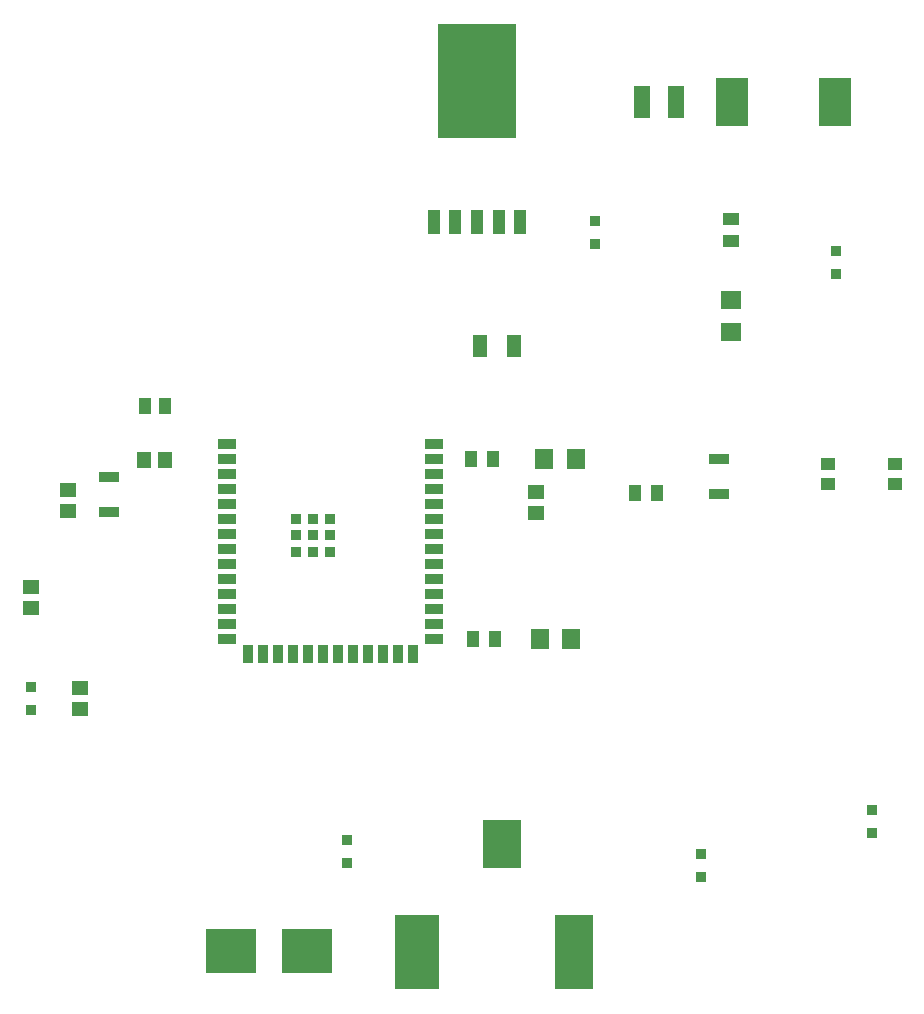
<source format=gbr>
%FSTAX23Y23*%
%MOMM*%
%SFA1B1*%

%IPPOS*%
%ADD17R,1.449997X1.249998*%
%ADD18R,1.249998X1.449997*%
%ADD19R,1.066798X1.346197*%
%ADD20R,4.241792X3.809992*%
%ADD21R,0.888998X0.952498*%
%ADD22R,3.299993X4.059992*%
%ADD23R,3.299993X6.349987*%
%ADD24R,3.809992X6.349987*%
%ADD25R,1.729997X0.969998*%
%ADD26R,1.449997X1.149998*%
%ADD27R,1.369997X2.809994*%
%ADD28R,1.289997X1.909996*%
%ADD29R,2.699995X4.099992*%
%ADD30R,0.899998X0.899998*%
%ADD31R,1.499997X0.899998*%
%ADD32R,0.899998X1.499997*%
%ADD33R,0.999998X1.419997*%
%ADD34R,0.999998X2.049996*%
%ADD35R,6.699987X9.699981*%
%ADD36R,1.419997X0.999998*%
%ADD37R,1.749997X1.499997*%
%ADD38R,1.499997X1.749997*%
%ADD39R,1.199998X0.999998*%
%LNpcb1_paste_top-1*%
%LPD*%
G54D17*
X52705Y44196D03*
Y45974D03*
X14097Y29337D03*
Y27559D03*
X09906Y3613D03*
Y37908D03*
G54D18*
X19494Y48641D03*
X21272D03*
G54D19*
X1957Y53213D03*
X21323D03*
G54D20*
X33286Y07112D03*
X26911D03*
G54D21*
X66675Y15322D03*
Y13379D03*
X78105Y66332D03*
Y64389D03*
X09906Y27476D03*
Y29419D03*
X81153Y17062D03*
Y19005D03*
X36703Y16465D03*
Y14522D03*
X57658Y66973D03*
Y68916D03*
G54D22*
X49779Y16124D03*
G54D23*
X5588Y06985D03*
G54D24*
X42589Y06985D03*
G54D25*
X68199Y48723D03*
Y45763D03*
X16553Y44239D03*
Y47199D03*
G54D26*
X13081Y44311D03*
Y46111D03*
G54D27*
X61698Y78994D03*
X64538D03*
G54D28*
X47942Y58293D03*
X50862D03*
G54D29*
X78034Y78994D03*
X69284D03*
G54D30*
X33818Y42317D03*
X32418D03*
X35218D03*
X32418Y40917D03*
X33818D03*
X35218D03*
X32418Y43717D03*
X33818D03*
X35218D03*
G54D31*
X26568Y50038D03*
Y48768D03*
Y47498D03*
Y46228D03*
Y44958D03*
Y43688D03*
Y42418D03*
Y41148D03*
Y39878D03*
Y38608D03*
Y37338D03*
Y36068D03*
Y34798D03*
Y33528D03*
X44069D03*
Y34798D03*
Y36068D03*
Y37338D03*
Y38608D03*
Y39878D03*
Y41148D03*
Y42418D03*
Y43688D03*
Y44958D03*
Y46228D03*
Y47498D03*
Y48768D03*
Y50038D03*
G54D32*
X28333Y32277D03*
X29603D03*
X30873D03*
X32143D03*
X33413D03*
X34683D03*
X35953D03*
X37223D03*
X38493D03*
X39763D03*
X41033D03*
X42303D03*
G54D33*
X6291Y45847D03*
X6104D03*
X47324Y33528D03*
X49194D03*
X47197Y48768D03*
X49067D03*
G54D34*
X44039Y68834D03*
X45869D03*
X47699D03*
X4953D03*
X51359D03*
G54D35*
X47699Y80733D03*
G54D36*
X69215Y67183D03*
Y69052D03*
G54D37*
X69215Y6223D03*
Y59529D03*
G54D38*
X53005Y33528D03*
X55705D03*
X53386Y48768D03*
X56086D03*
G54D39*
X83063Y48325D03*
Y46625D03*
X77463Y48325D03*
Y46625D03*
M02*
</source>
